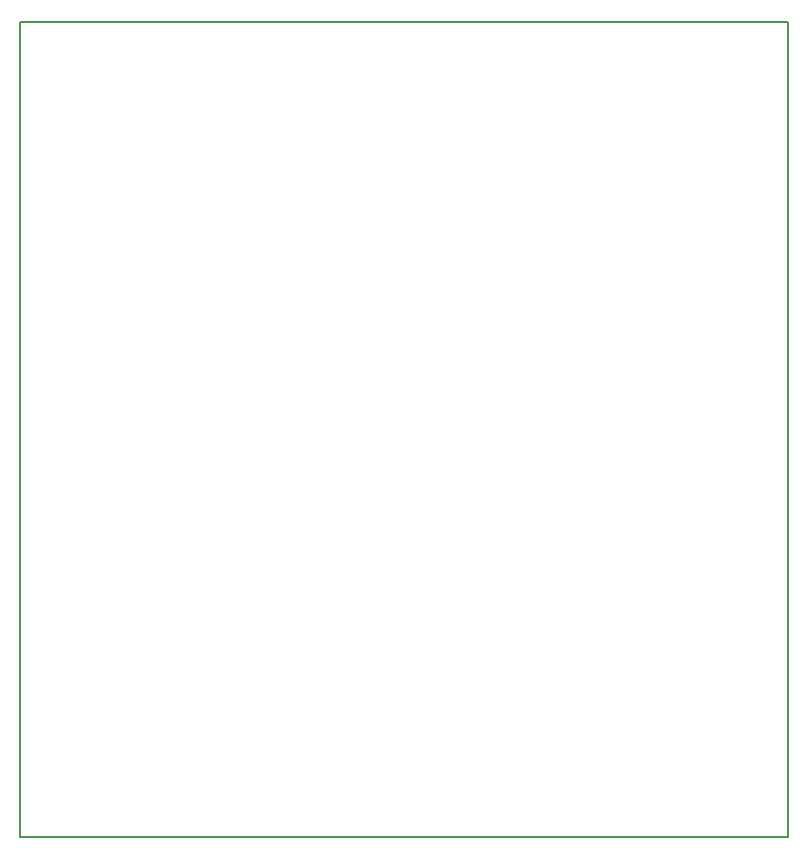
<source format=gbr>
%TF.GenerationSoftware,KiCad,Pcbnew,(5.1.6)-1*%
%TF.CreationDate,2024-05-03T12:17:57-05:00*%
%TF.ProjectId,audioBoard,61756469-6f42-46f6-9172-642e6b696361,rev?*%
%TF.SameCoordinates,PX2d4f1f0PY6bcb370*%
%TF.FileFunction,Other,ECO2*%
%FSLAX46Y46*%
G04 Gerber Fmt 4.6, Leading zero omitted, Abs format (unit mm)*
G04 Created by KiCad (PCBNEW (5.1.6)-1) date 2024-05-03 12:17:57*
%MOMM*%
%LPD*%
G01*
G04 APERTURE LIST*
%ADD10C,0.150000*%
G04 APERTURE END LIST*
D10*
X0Y0D02*
X65000000Y0D01*
X65000000Y16510000D02*
X65000000Y0D01*
X0Y16510000D02*
X0Y0D01*
X65000000Y16510000D02*
X65000000Y69010000D01*
X0Y69010000D02*
X65000000Y69010000D01*
X0Y16510000D02*
X0Y69010000D01*
M02*

</source>
